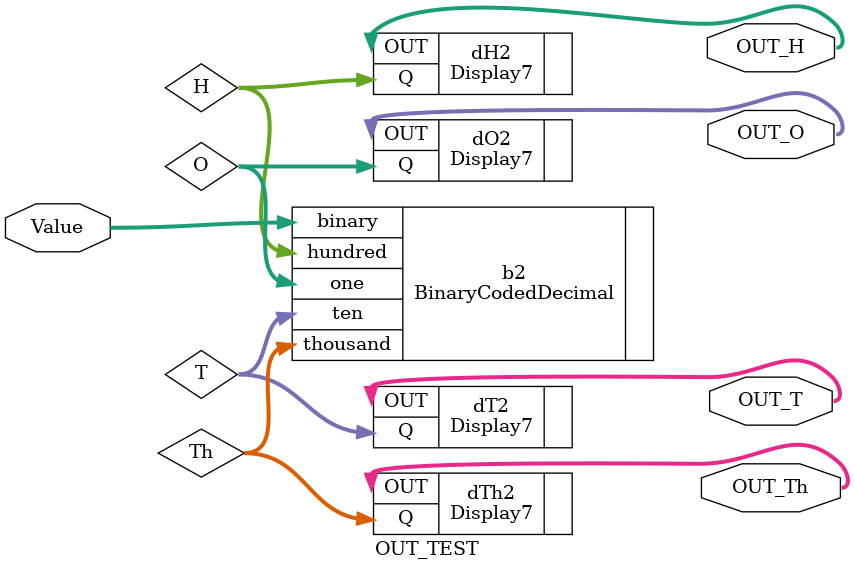
<source format=v>
module OUT_TEST (
	input [15:0] Value,
	output [6:0] OUT_Th,
	output [6:0] OUT_H,
	output [6:0] OUT_T,
	output [6:0] OUT_O
);
	wire [3:0] Th, H, T, O;
	
	BinaryCodedDecimal b2 (
		.binary(Value),
		.thousand(Th),
		.hundred(H),
		.ten(T),
		.one(O)
	);
	
	Display7 dTh2 (.Q(Th), .OUT(OUT_Th)); //Milhar
	Display7 dH2 (.Q(H), .OUT(OUT_H)); //Centena
	Display7 dT2 (.Q(T), .OUT(OUT_T)); //Dezena
	Display7 dO2 (.Q(O), .OUT(OUT_O)); //Unidade
	
	
endmodule

</source>
